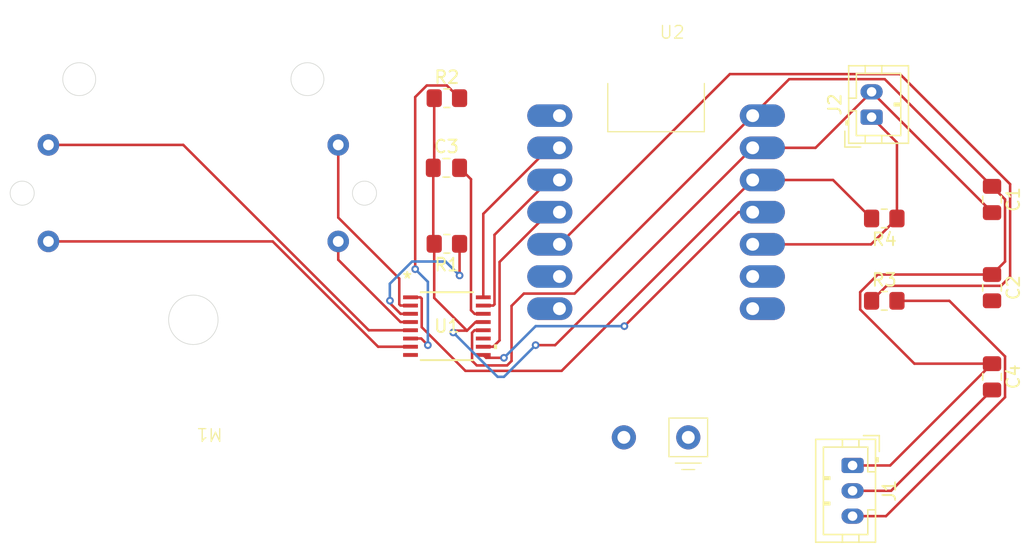
<source format=kicad_pcb>
(kicad_pcb (version 20241229) (generator "pcbnew") (generator_version "9.0")
  (layers (0 "F.Cu" signal) (2 "B.Cu" signal) (13 "F.Paste" user) (15 "B.Paste" user) (5 "F.SilkS" user "F.Silkscreen") (7 "B.SilkS" user "B.Silkscreen") (1 "F.Mask" user) (3 "B.Mask" user) (25 "Edge.Cuts" user))
  (net 0 "")
  (net 1 "+5V")
  (net 2 "GND")
  (net 3 "Net-(U1-VCP)")
  (net 4 "Net-(U1-VINT)")
  (net 5 "/NEO_DATA")
  (net 6 "/RESET_BTN")
  (net 7 "Net-(M1--)")
  (net 8 "Net-(U1-AOUT2)")
  (net 9 "Net-(U1-AOUT1)")
  (net 10 "Net-(U1-BOUT1)")
  (net 11 "Net-(U1-AISEN)")
  (net 12 "Net-(U1-BISEN)")
  (net 13 "Net-(U2-GPIO5_A4_D4_SDA)")
  (net 14 "+3.3V")
  (net 15 "/MOTOR_B1")
  (net 16 "/MOTOR_B2")
  (net 17 "/MOTOR_A2")
  (net 18 "/MOTOR_A1")
  (footprint "Resistor_SMD:R_0805_2012Metric_Pad1.20x1.40mm_HandSolder" (layer "F.Cu") (at 171.5 99 180)
    (property "Reference" "R4" (at 0 -1.65 0) (layer "F.SilkS"))
    (property "Value" "10 kΩ")
    (fp_line (start -0.227064 0.735) (end 0.227064 0.735) (stroke (width 0.12)) (layer "F.SilkS"))
    (fp_line (start -0.227064 -0.735) (end 0.227064 -0.735) (stroke (width 0.12)) (layer "F.SilkS"))
    (pad "1" smd roundrect (at -1 0 180) (size 1.2 1.4) (layers "F.Cu" "F.Mask" "F.Paste") (roundrect_rratio 0.208333) (net 6 "/RESET_BTN"))
    (pad "2" smd roundrect (at 1 0 180) (size 1.2 1.4) (layers "F.Cu" "F.Mask" "F.Paste") (roundrect_rratio 0.208333) (net 14 "+3.3V"))
  )
  (footprint "x27_Footprint:x27_stepper_two_holes" (layer "F.Cu") (at 114.46 86.84 180)
    (property "Reference" "M1" (at -3.81 -29.21 180) (layer "F.SilkS") (effects (font (thickness 0.1))))
    (property "Value" "Stepper_Motor_bipolar")
    (fp_circle (center 10.96 -10.16) (end 11.91 -10.16) (stroke (width 0.05)) (fill no) (layer "Edge.Cuts"))
    (fp_circle (center 6.46 -1.16) (end 7.76 -1.16) (stroke (width 0.05)) (fill no) (layer "Edge.Cuts"))
    (fp_circle (center -2.54 -20.16) (end -0.59 -20.16) (stroke (width 0.05)) (fill no) (layer "Edge.Cuts"))
    (fp_circle (center -11.54 -1.16) (end -10.24 -1.16) (stroke (width 0.05)) (fill no) (layer "Edge.Cuts"))
    (fp_circle (center -16.04 -10.16) (end -15.09 -10.16) (stroke (width 0.05)) (fill no) (layer "Edge.Cuts"))
    (pad "1" thru_hole circle (at 8.89 -13.97 180) (size 1.7 1.7) (drill 0.85) (layers "*.Cu" "*.Mask") (net 10 "Net-(U1-BOUT1)"))
    (pad "2" thru_hole circle (at 8.89 -6.35 180) (size 1.7 1.7) (drill 0.85) (layers "*.Cu" "*.Mask") (net 7 "Net-(M1--)"))
    (pad "3" thru_hole circle (at -13.97 -13.97 180) (size 1.7 1.7) (drill 0.85) (layers "*.Cu" "*.Mask") (net 8 "Net-(U1-AOUT2)"))
    (pad "4" thru_hole circle (at -13.97 -6.35 180) (size 1.7 1.7) (drill 0.85) (layers "*.Cu" "*.Mask") (net 9 "Net-(U1-AOUT1)"))
  )
  (footprint "Capacitor_SMD:C_0805_2012Metric_Pad1.18x1.45mm_HandSolder" (layer "F.Cu") (at 180 111.5 -90)
    (property "Reference" "C4" (at 0 -1.68 90) (layer "F.SilkS"))
    (property "Value" "100uF")
    (fp_line (start -0.261252 0.735) (end 0.261252 0.735) (stroke (width 0.12)) (layer "F.SilkS"))
    (fp_line (start -0.261252 -0.735) (end 0.261252 -0.735) (stroke (width 0.12)) (layer "F.SilkS"))
    (pad "1" smd roundrect (at -1.0375 0 270) (size 1.175 1.45) (layers "F.Cu" "F.Mask" "F.Paste") (roundrect_rratio 0.212766) (net 1 "+5V"))
    (pad "2" smd roundrect (at 1.0375 0 270) (size 1.175 1.45) (layers "F.Cu" "F.Mask" "F.Paste") (roundrect_rratio 0.212766) (net 2 "GND"))
  )
  (footprint "Connector_JST:JST_PH_B3B-PH-K_1x03_P2.00mm_Vertical" (layer "F.Cu") (at 169 118.5 -90)
    (property "Reference" "J1" (at 2 -2.9 90) (layer "F.SilkS"))
    (property "Value" "Conn_01x03")
    (fp_line (start -2.06 2.91) (end 6.06 2.91) (stroke (width 0.12)) (layer "F.SilkS"))
    (fp_line (start 6.06 2.91) (end 6.06 -1.81) (stroke (width 0.12)) (layer "F.SilkS"))
    (fp_line (start -1.45 2.3) (end 5.45 2.3) (stroke (width 0.12)) (layer "F.SilkS"))
    (fp_line (start 0.9 2.3) (end 0.9 1.8) (stroke (width 0.12)) (layer "F.SilkS"))
    (fp_line (start 1 2.3) (end 1 1.8) (stroke (width 0.12)) (layer "F.SilkS"))
    (fp_line (start 2.9 2.3) (end 2.9 1.8) (stroke (width 0.12)) (layer "F.SilkS"))
    (fp_line (start 3 2.3) (end 3 1.8) (stroke (width 0.12)) (layer "F.SilkS"))
    (fp_line (start 5.45 2.3) (end 5.45 -1.2) (stroke (width 0.12)) (layer "F.SilkS"))
    (fp_line (start 0.9 1.8) (end 1.1 1.8) (stroke (width 0.12)) (layer "F.SilkS"))
    (fp_line (start 1.1 1.8) (end 1.1 2.3) (stroke (width 0.12)) (layer "F.SilkS"))
    (fp_line (start 2.9 1.8) (end 3.1 1.8) (stroke (width 0.12)) (layer "F.SilkS"))
    (fp_line (start 3.1 1.8) (end 3.1 2.3) (stroke (width 0.12)) (layer "F.SilkS"))
    (fp_line (start -2.06 0.8) (end -1.45 0.8) (stroke (width 0.12)) (layer "F.SilkS"))
    (fp_line (start 6.06 0.8) (end 5.45 0.8) (stroke (width 0.12)) (layer "F.SilkS"))
    (fp_line (start -2.06 -0.5) (end -1.45 -0.5) (stroke (width 0.12)) (layer "F.SilkS"))
    (fp_line (start 6.06 -0.5) (end 5.45 -0.5) (stroke (width 0.12)) (layer "F.SilkS"))
    (fp_line (start -1.45 -1.2) (end -1.45 2.3) (stroke (width 0.12)) (layer "F.SilkS"))
    (fp_line (start 0.5 -1.2) (end -1.45 -1.2) (stroke (width 0.12)) (layer "F.SilkS"))
    (fp_line (start 3.5 -1.2) (end 3.5 -1.81) (stroke (width 0.12)) (layer "F.SilkS"))
    (fp_line (start 5.45 -1.2) (end 3.5 -1.2) (stroke (width 0.12)) (layer "F.SilkS"))
    (fp_line (start -2.06 -1.81) (end -2.06 2.91) (stroke (width 0.12)) (layer "F.SilkS"))
    (fp_line (start -0.3 -1.81) (end -0.3 -2.01) (stroke (width 0.12)) (layer "F.SilkS"))
    (fp_line (start 0.5 -1.81) (end 0.5 -1.2) (stroke (width 0.12)) (layer "F.SilkS"))
    (fp_line (start 6.06 -1.81) (end -2.06 -1.81) (stroke (width 0.12)) (layer "F.SilkS"))
    (fp_line (start -0.3 -1.91) (end -0.6 -1.91) (stroke (width 0.12)) (layer "F.SilkS"))
    (fp_line (start -0.6 -2.01) (end -0.6 -1.81) (stroke (width 0.12)) (layer "F.SilkS"))
    (fp_line (start -0.3 -2.01) (end -0.6 -2.01) (stroke (width 0.12)) (layer "F.SilkS"))
    (fp_line (start -2.36 -2.11) (end -2.36 -0.86) (stroke (width 0.12)) (layer "F.SilkS"))
    (fp_line (start -1.11 -2.11) (end -2.36 -2.11) (stroke (width 0.12)) (layer "F.SilkS"))
    (pad "1" thru_hole roundrect (at 0 0 270) (size 1.2 1.75) (drill 0.75) (layers "*.Cu" "*.Mask") (roundrect_rratio 0.208333) (net 1 "+5V"))
    (pad "2" thru_hole oval (at 2 0 270) (size 1.2 1.75) (drill 0.75) (layers "*.Cu" "*.Mask") (net 2 "GND"))
    (pad "3" thru_hole oval (at 4 0 270) (size 1.2 1.75) (drill 0.75) (layers "*.Cu" "*.Mask") (net 5 "/NEO_DATA"))
  )
  (footprint "Resistor_SMD:R_0805_2012Metric_Pad1.20x1.40mm_HandSolder" (layer "F.Cu") (at 171.5 105.5)
    (property "Reference" "R3" (at 0 -1.65 0) (layer "F.SilkS"))
    (property "Value" "330Ω")
    (fp_line (start -0.227064 -0.735) (end 0.227064 -0.735) (stroke (width 0.12)) (layer "F.SilkS"))
    (fp_line (start -0.227064 0.735) (end 0.227064 0.735) (stroke (width 0.12)) (layer "F.SilkS"))
    (pad "1" smd roundrect (at -1 0) (size 1.2 1.4) (layers "F.Cu" "F.Mask" "F.Paste") (roundrect_rratio 0.208333) (net 13 "Net-(U2-GPIO5_A4_D4_SDA)"))
    (pad "2" smd roundrect (at 1 0) (size 1.2 1.4) (layers "F.Cu" "F.Mask" "F.Paste") (roundrect_rratio 0.208333) (net 5 "/NEO_DATA"))
  )
  (footprint "Connector_JST:JST_PH_B2B-PH-K_1x02_P2.00mm_Vertical" (layer "F.Cu") (at 170.5 91 90)
    (property "Reference" "J2" (at 1 -2.9 90) (layer "F.SilkS"))
    (property "Value" "Conn_01x02")
    (fp_line (start -1.11 -2.11) (end -2.36 -2.11) (stroke (width 0.12)) (layer "F.SilkS"))
    (fp_line (start -2.36 -2.11) (end -2.36 -0.86) (stroke (width 0.12)) (layer "F.SilkS"))
    (fp_line (start -0.3 -2.01) (end -0.6 -2.01) (stroke (width 0.12)) (layer "F.SilkS"))
    (fp_line (start -0.6 -2.01) (end -0.6 -1.81) (stroke (width 0.12)) (layer "F.SilkS"))
    (fp_line (start -0.3 -1.91) (end -0.6 -1.91) (stroke (width 0.12)) (layer "F.SilkS"))
    (fp_line (start 4.06 -1.81) (end -2.06 -1.81) (stroke (width 0.12)) (layer "F.SilkS"))
    (fp_line (start 0.5 -1.81) (end 0.5 -1.2) (stroke (width 0.12)) (layer "F.SilkS"))
    (fp_line (start -0.3 -1.81) (end -0.3 -2.01) (stroke (width 0.12)) (layer "F.SilkS"))
    (fp_line (start -2.06 -1.81) (end -2.06 2.91) (stroke (width 0.12)) (layer "F.SilkS"))
    (fp_line (start 3.45 -1.2) (end 1.5 -1.2) (stroke (width 0.12)) (layer "F.SilkS"))
    (fp_line (start 1.5 -1.2) (end 1.5 -1.81) (stroke (width 0.12)) (layer "F.SilkS"))
    (fp_line (start 0.5 -1.2) (end -1.45 -1.2) (stroke (width 0.12)) (layer "F.SilkS"))
    (fp_line (start -1.45 -1.2) (end -1.45 2.3) (stroke (width 0.12)) (layer "F.SilkS"))
    (fp_line (start 4.06 -0.5) (end 3.45 -0.5) (stroke (width 0.12)) (layer "F.SilkS"))
    (fp_line (start -2.06 -0.5) (end -1.45 -0.5) (stroke (width 0.12)) (layer "F.SilkS"))
    (fp_line (start 4.06 0.8) (end 3.45 0.8) (stroke (width 0.12)) (layer "F.SilkS"))
    (fp_line (start -2.06 0.8) (end -1.45 0.8) (stroke (width 0.12)) (layer "F.SilkS"))
    (fp_line (start 1.1 1.8) (end 1.1 2.3) (stroke (width 0.12)) (layer "F.SilkS"))
    (fp_line (start 0.9 1.8) (end 1.1 1.8) (stroke (width 0.12)) (layer "F.SilkS"))
    (fp_line (start 3.45 2.3) (end 3.45 -1.2) (stroke (width 0.12)) (layer "F.SilkS"))
    (fp_line (start 1 2.3) (end 1 1.8) (stroke (width 0.12)) (layer "F.SilkS"))
    (fp_line (start 0.9 2.3) (end 0.9 1.8) (stroke (width 0.12)) (layer "F.SilkS"))
    (fp_line (start -1.45 2.3) (end 3.45 2.3) (stroke (width 0.12)) (layer "F.SilkS"))
    (fp_line (start 4.06 2.91) (end 4.06 -1.81) (stroke (width 0.12)) (layer "F.SilkS"))
    (fp_line (start -2.06 2.91) (end 4.06 2.91) (stroke (width 0.12)) (layer "F.SilkS"))
    (pad "1" thru_hole roundrect (at 0 0 90) (size 1.2 1.75) (drill 0.75) (layers "*.Cu" "*.Mask") (roundrect_rratio 0.208333) (net 6 "/RESET_BTN"))
    (pad "2" thru_hole oval (at 2 0 90) (size 1.2 1.75) (drill 0.75) (layers "*.Cu" "*.Mask") (net 2 "GND"))
  )
  (footprint "Resistor_SMD:R_0805_2012Metric_Pad1.20x1.40mm_HandSolder" (layer "F.Cu") (at 137 89.5)
    (property "Reference" "R2" (at 0 -1.65 0) (layer "F.SilkS"))
    (property "Value" "0.2Ω")
    (fp_line (start -0.227064 -0.735) (end 0.227064 -0.735) (stroke (width 0.12)) (layer "F.SilkS"))
    (fp_line (start -0.227064 0.735) (end 0.227064 0.735) (stroke (width 0.12)) (layer "F.SilkS"))
    (pad "1" smd roundrect (at -1 0) (size 1.2 1.4) (layers "F.Cu" "F.Mask" "F.Paste") (roundrect_rratio 0.208333) (net 2 "GND"))
    (pad "2" smd roundrect (at 1 0) (size 1.2 1.4) (layers "F.Cu" "F.Mask" "F.Paste") (roundrect_rratio 0.208333) (net 12 "Net-(U1-BISEN)"))
  )
  (footprint "Capacitor_SMD:C_0805_2012Metric_Pad1.18x1.45mm_HandSolder" (layer "F.Cu") (at 180 104.4625 -90)
    (property "Reference" "C2" (at 0 -1.68 90) (layer "F.SilkS"))
    (property "Value" "0.01uF")
    (fp_line (start -0.261252 0.735) (end 0.261252 0.735) (stroke (width 0.12)) (layer "F.SilkS"))
    (fp_line (start -0.261252 -0.735) (end 0.261252 -0.735) (stroke (width 0.12)) (layer "F.SilkS"))
    (pad "1" smd roundrect (at -1.0375 0 270) (size 1.175 1.45) (layers "F.Cu" "F.Mask" "F.Paste") (roundrect_rratio 0.212766) (net 1 "+5V"))
    (pad "2" smd roundrect (at 1.0375 0 270) (size 1.175 1.45) (layers "F.Cu" "F.Mask" "F.Paste") (roundrect_rratio 0.212766) (net 3 "Net-(U1-VCP)"))
  )
  (footprint "Capacitor_SMD:C_0805_2012Metric_Pad1.18x1.45mm_HandSolder" (layer "F.Cu") (at 136.9625 95)
    (property "Reference" "C3" (at 0 -1.68 0) (layer "F.SilkS"))
    (property "Value" "2.2uF")
    (fp_line (start -0.261252 -0.735) (end 0.261252 -0.735) (stroke (width 0.12)) (layer "F.SilkS"))
    (fp_line (start -0.261252 0.735) (end 0.261252 0.735) (stroke (width 0.12)) (layer "F.SilkS"))
    (pad "1" smd roundrect (at -1.0375 0) (size 1.175 1.45) (layers "F.Cu" "F.Mask" "F.Paste") (roundrect_rratio 0.212766) (net 2 "GND"))
    (pad "2" smd roundrect (at 1.0375 0) (size 1.175 1.45) (layers "F.Cu" "F.Mask" "F.Paste") (roundrect_rratio 0.212766) (net 4 "Net-(U1-VINT)"))
  )
  (footprint "GIX_ESP32:XIAO_ESP32" (layer "F.Cu") (at 153.5 98.5)
    (property "Reference" "U2" (at 1.27 -14.2 0) (layer "F.SilkS") (effects (font (thickness 0.1))))
    (property "Value" "XIAO ESP32C3")
    (fp_line (start -3.81 -10.16) (end -3.81 -6.35) (stroke (width 0.1)) (layer "F.SilkS"))
    (fp_line (start -3.81 -6.35) (end 3.81 -6.35) (stroke (width 0.1)) (layer "F.SilkS"))
    (fp_line (start 1.016 16.256) (end 4.064 16.256) (stroke (width 0.1)) (layer "F.SilkS"))
    (fp_line (start 1.016 19.304) (end 1.016 16.256) (stroke (width 0.1)) (layer "F.SilkS"))
    (fp_line (start 1.524 19.812) (end 3.556 19.812) (stroke (width 0.1)) (layer "F.SilkS"))
    (fp_line (start 2.032 20.32) (end 3.048 20.32) (stroke (width 0.1)) (layer "F.SilkS"))
    (fp_line (start 3.81 -6.35) (end 3.81 -10.16) (stroke (width 0.1)) (layer "F.SilkS"))
    (fp_line (start 4.064 16.256) (end 4.064 19.304) (stroke (width 0.1)) (layer "F.SilkS"))
    (fp_line (start 4.064 19.304) (end 1.016 19.304) (stroke (width 0.1)) (layer "F.SilkS"))
    (pad "1" thru_hole oval (at -7.62 -7.62) (size 3.556 1.778) (drill 1.016 (offset -0.762 0)) (layers "*.Cu" "*.Mask"))
    (pad "2" thru_hole oval (at -7.62 -5.08) (size 3.556 1.778) (drill 1.016 (offset -0.762 0)) (layers "*.Cu" "*.Mask") (net 18 "/MOTOR_A1"))
    (pad "3" thru_hole oval (at -7.62 -2.54) (size 3.556 1.778) (drill 1.016 (offset -0.762 0)) (layers "*.Cu" "*.Mask") (net 17 "/MOTOR_A2"))
    (pad "4" thru_hole oval (at -7.62 0) (size 3.556 1.778) (drill 1.016 (offset -0.762 0)) (layers "*.Cu" "*.Mask") (net 15 "/MOTOR_B1"))
    (pad "5" thru_hole oval (at -7.62 2.54) (size 3.556 1.778) (drill 1.016 (offset -0.762 0)) (layers "*.Cu" "*.Mask") (net 13 "Net-(U2-GPIO5_A4_D4_SDA)"))
    (pad "6" thru_hole oval (at -7.62 5.08) (size 3.556 1.778) (drill 1.016 (offset -0.762 0)) (layers "*.Cu" "*.Mask"))
    (pad "7" thru_hole oval (at -7.62 7.62) (size 3.556 1.778) (drill 1.016 (offset -0.762 0)) (layers "*.Cu" "*.Mask"))
    (pad "8" thru_hole oval (at 7.62 7.62) (size 3.556 1.778) (drill 1.016 (offset 0.762 0)) (layers "*.Cu" "*.Mask"))
    (pad "9" thru_hole oval (at 7.62 5.08) (size 3.556 1.778) (drill 1.016 (offset 0.762 0)) (layers "*.Cu" "*.Mask"))
    (pad "10" thru_hole oval (at 7.62 2.54) (size 3.556 1.778) (drill 1.016 (offset 0.762 0)) (layers "*.Cu" "*.Mask") (net 6 "/RESET_BTN"))
    (pad "11" thru_hole oval (at 7.62 0) (size 3.556 1.778) (drill 1.016 (offset 0.762 0)) (layers "*.Cu" "*.Mask") (net 16 "/MOTOR_B2"))
    (pad "12" thru_hole oval (at 7.62 -2.54) (size 3.556 1.778) (drill 1.016 (offset 0.762 0)) (layers "*.Cu" "*.Mask") (net 14 "+3.3V"))
    (pad "13" thru_hole oval (at 7.62 -5.08) (size 3.556 1.778) (drill 1.016 (offset 0.762 0)) (layers "*.Cu" "*.Mask") (net 2 "GND"))
    (pad "14" thru_hole oval (at 7.62 -7.62) (size 3.556 1.778) (drill 1.016 (offset 0.762 0)) (layers "*.Cu" "*.Mask") (net 1 "+5V"))
    (pad "15" thru_hole circle (at -2.54 17.78) (size 1.905 1.905) (drill 1.016) (layers "*.Cu" "*.Mask"))
    (pad "16" thru_hole circle (at 2.54 17.78) (size 1.905 1.905) (drill 1.016) (layers "*.Cu" "*.Mask"))
  )
  (footprint "Resistor_SMD:R_0805_2012Metric_Pad1.20x1.40mm_HandSolder" (layer "F.Cu") (at 137 101 180)
    (property "Reference" "R1" (at 0 -1.65 0) (layer "F.SilkS"))
    (property "Value" "0.2Ω")
    (fp_line (start -0.227064 0.735) (end 0.227064 0.735) (stroke (width 0.12)) (layer "F.SilkS"))
    (fp_line (start -0.227064 -0.735) (end 0.227064 -0.735) (stroke (width 0.12)) (layer "F.SilkS"))
    (pad "1" smd roundrect (at -1 0 180) (size 1.2 1.4) (layers "F.Cu" "F.Mask" "F.Paste") (roundrect_rratio 0.208333) (net 11 "Net-(U1-AISEN)"))
    (pad "2" smd roundrect (at 1 0 180) (size 1.2 1.4) (layers "F.Cu" "F.Mask" "F.Paste") (roundrect_rratio 0.208333) (net 2 "GND"))
  )
  (footprint "DRV8833PWR:PW16_TEX-L" (layer "F.Cu") (at 137 107.5)
    (property "Reference" "U1" (at 0 0 0) (layer "F.SilkS"))
    (property "Value" "DRV8833PWR")
    (fp_line (start -2.069066 2.6797) (end 2.069066 2.6797) (stroke (width 0.1524)) (layer "F.SilkS"))
    (fp_line (start 2.069066 -2.6797) (end -2.069066 -2.6797) (stroke (width 0.1524)) (layer "F.SilkS"))
    (fp_poly (pts (xy 3.9624 1.434501) (xy 3.9624 1.815501) (xy 3.7084 1.815501) (xy 3.7084 1.434501)) (fill yes) (layer "F.SilkS"))
    (fp_text user "*" (at -3.1242 -3.722801 0) (layer "F.SilkS"))
    (fp_text user "*" (at -3.1242 -3.722801 0) (layer "F.SilkS"))
    (pad "1" smd rect (at -2.8702 -2.274999) (size 1.1684 0.3048) (layers "F.Cu" "F.Mask" "F.Paste") (net 14 "+3.3V"))
    (pad "2" smd rect (at -2.8702 -1.625001) (size 1.1684 0.3048) (layers "F.Cu" "F.Mask" "F.Paste") (net 9 "Net-(U1-AOUT1)"))
    (pad "3" smd rect (at -2.8702 -0.974999) (size 1.1684 0.3048) (layers "F.Cu" "F.Mask" "F.Paste") (net 11 "Net-(U1-AISEN)"))
    (pad "4" smd rect (at -2.8702 -0.325001) (size 1.1684 0.3048) (layers "F.Cu" "F.Mask" "F.Paste") (net 8 "Net-(U1-AOUT2)"))
    (pad "5" smd rect (at -2.8702 0.324998) (size 1.1684 0.3048) (layers "F.Cu" "F.Mask" "F.Paste") (net 7 "Net-(M1--)"))
    (pad "6" smd rect (at -2.8702 0.974999) (size 1.1684 0.3048) (layers "F.Cu" "F.Mask" "F.Paste") (net 12 "Net-(U1-BISEN)"))
    (pad "7" smd rect (at -2.8702 1.624998) (size 1.1684 0.3048) (layers "F.Cu" "F.Mask" "F.Paste") (net 10 "Net-(U1-BOUT1)"))
    (pad "8" smd rect (at -2.8702 2.274999) (size 1.1684 0.3048) (layers "F.Cu" "F.Mask" "F.Paste"))
    (pad "9" smd rect (at 2.8702 2.274999) (size 1.1684 0.3048) (layers "F.Cu" "F.Mask" "F.Paste") (net 16 "/MOTOR_B2"))
    (pad "10" smd rect (at 2.8702 1.625001) (size 1.1684 0.3048) (layers "F.Cu" "F.Mask" "F.Paste") (net 15 "/MOTOR_B1"))
    (pad "11" smd rect (at 2.8702 0.974999) (size 1.1684 0.3048) (layers "F.Cu" "F.Mask" "F.Paste") (net 3 "Net-(U1-VCP)"))
    (pad "12" smd rect (at 2.8702 0.325001) (size 1.1684 0.3048) (layers "F.Cu" "F.Mask" "F.Paste") (net 1 "+5V"))
    (pad "13" smd rect (at 2.8702 -0.324998) (size 1.1684 0.3048) (layers "F.Cu" "F.Mask" "F.Paste") (net 2 "GND"))
    (pad "14" smd rect (at 2.8702 -0.974999) (size 1.1684 0.3048) (layers "F.Cu" "F.Mask" "F.Paste") (net 4 "Net-(U1-VINT)"))
    (pad "15" smd rect (at 2.8702 -1.624998) (size 1.1684 0.3048) (layers "F.Cu" "F.Mask" "F.Paste") (net 17 "/MOTOR_A2"))
    (pad "16" smd rect (at 2.8702 -2.274999) (size 1.1684 0.3048) (layers "F.Cu" "F.Mask" "F.Paste") (net 18 "/MOTOR_A1"))
  )
  (footprint "Capacitor_SMD:C_0805_2012Metric_Pad1.18x1.45mm_HandSolder" (layer "F.Cu") (at 180 97.5 -90)
    (property "Reference" "C1" (at 0 -1.68 90) (layer "F.SilkS"))
    (property "Value" "10uF")
    (fp_line (start -0.261252 0.735) (end 0.261252 0.735) (stroke (width 0.12)) (layer "F.SilkS"))
    (fp_line (start -0.261252 -0.735) (end 0.261252 -0.735) (stroke (width 0.12)) (layer "F.SilkS"))
    (pad "1" smd roundrect (at -1.0375 0 270) (size 1.175 1.45) (layers "F.Cu" "F.Mask" "F.Paste") (roundrect_rratio 0.212766) (net 1 "+5V"))
    (pad "2" smd roundrect (at 1.0375 0 270) (size 1.175 1.45) (layers "F.Cu" "F.Mask" "F.Paste") (roundrect_rratio 0.212766) (net 2 "GND"))
  )
  (segment (start 143.07 104.93) (end 142.101 105.899) (width 0.2) (layer "F.Cu") (net 1))
  (segment (start 181.026 97.4885) (end 180 96.4625) (width 0.2) (layer "F.Cu") (net 1))
  (segment (start 180 110.4625) (end 173.87634 110.4625) (width 0.2) (layer "F.Cu") (net 1))
  (segment (start 142.101 105.899) (end 142.101 110.248943) (width 0.2) (layer "F.Cu") (net 1))
  (segment (start 171.5375 88) (end 180 96.4625) (width 0.2) (layer "F.Cu") (net 1))
  (segment (start 181.026 102.399) (end 181.026 97.4885) (width 0.2) (layer "F.Cu") (net 1))
  (segment (start 169 118.5) (end 171.9625 118.5) (width 0.2) (layer "F.Cu") (net 1))
  (segment (start 138.985 108.021599) (end 139.181598 107.825001) (width 0.2) (layer "F.Cu") (net 1))
  (segment (start 142.101 110.248943) (end 141.748943 110.601) (width 0.2) (layer "F.Cu") (net 1))
  (segment (start 138.985 110.228399) (end 138.985 108.021599) (width 0.2) (layer "F.Cu") (net 1))
  (segment (start 173.87634 110.4625) (end 169.599 106.18516) (width 0.2) (layer "F.Cu") (net 1))
  (segment (start 171.9625 118.5) (end 180 110.4625) (width 0.2) (layer "F.Cu") (net 1))
  (segment (start 141.748943 110.601) (end 139.357601 110.601) (width 0.2) (layer "F.Cu") (net 1))
  (segment (start 180 103.425) (end 181.026 102.399) (width 0.2) (layer "F.Cu") (net 1))
  (segment (start 169.599 106.18516) (end 169.599 104.81484) (width 0.2) (layer "F.Cu") (net 1))
  (segment (start 169.599 104.81484) (end 170.98884 103.425) (width 0.2) (layer "F.Cu") (net 1))
  (segment (start 164 88) (end 171.5375 88) (width 0.2) (layer "F.Cu") (net 1))
  (segment (start 161.12 90.88) (end 164 88) (width 0.2) (layer "F.Cu") (net 1))
  (segment (start 161.12 90.88) (end 147.07 104.93) (width 0.2) (layer "F.Cu") (net 1))
  (segment (start 139.181598 107.825001) (end 139.8702 107.825001) (width 0.2) (layer "F.Cu") (net 1))
  (segment (start 139.357601 110.601) (end 138.985 110.228399) (width 0.2) (layer "F.Cu") (net 1))
  (segment (start 170.98884 103.425) (end 180 103.425) (width 0.2) (layer "F.Cu") (net 1))
  (segment (start 147.07 104.93) (end 143.07 104.93) (width 0.2) (layer "F.Cu") (net 1))
  (segment (start 136 105.271499) (end 138.584 107.855499) (width 0.2) (layer "F.Cu") (net 2))
  (segment (start 172.0375 120.5) (end 169 120.5) (width 0.2) (layer "F.Cu") (net 2))
  (segment (start 170.5 89) (end 180 98.5) (width 0.2) (layer "F.Cu") (net 2))
  (segment (start 138.584 107.855499) (end 139.264497 107.175002) (width 0.2) (layer "F.Cu") (net 2))
  (segment (start 180 98.5) (end 180 98.5375) (width 0.2) (layer "F.Cu") (net 2))
  (segment (start 136 101) (end 136 105.271499) (width 0.2) (layer "F.Cu") (net 2))
  (segment (start 170.5 89) (end 166.08 93.42) (width 0.2) (layer "F.Cu") (net 2))
  (segment (start 139.264497 107.175002) (end 139.8702 107.175002) (width 0.2) (layer "F.Cu") (net 2))
  (segment (start 137.5 108) (end 137.644501 107.855499) (width 0.2) (layer "F.Cu") (net 2))
  (segment (start 135.925 95) (end 135.925 100.925) (width 0.2) (layer "F.Cu") (net 2))
  (segment (start 136 94.925) (end 135.925 95) (width 0.2) (layer "F.Cu") (net 2))
  (segment (start 166.08 93.42) (end 161.12 93.42) (width 0.2) (layer "F.Cu") (net 2))
  (segment (start 137.644501 107.855499) (end 138.584 107.855499) (width 0.2) (layer "F.Cu") (net 2))
  (segment (start 161.12 93.42) (end 145.54 109) (width 0.2) (layer "F.Cu") (net 2))
  (segment (start 136 89.5) (end 136 94.925) (width 0.2) (layer "F.Cu") (net 2))
  (segment (start 180 112.5375) (end 172.0375 120.5) (width 0.2) (layer "F.Cu") (net 2))
  (segment (start 145.54 109) (end 144 109) (width 0.2) (layer "F.Cu") (net 2))
  (segment (start 135.925 100.925) (end 136 101) (width 0.2) (layer "F.Cu") (net 2))
  (via (at 137.5 108) (size 0.6) (drill 0.3) (layers "F.Cu" "B.Cu") (net 2))
  (via (at 144 109) (size 0.6) (drill 0.3) (layers "F.Cu" "B.Cu") (net 2))
  (segment (start 141 111.5) (end 137.5 108) (width 0.2) (layer "B.Cu") (net 2))
  (segment (start 144 109) (end 141.5 111.5) (width 0.2) (layer "B.Cu") (net 2))
  (segment (start 141.5 111.5) (end 141 111.5) (width 0.2) (layer "B.Cu") (net 2))
  (segment (start 138.901 106.244402) (end 139.181599 106.525001) (width 0.2) (layer "F.Cu") (net 4))
  (segment (start 138 95) (end 138.901 95.901) (width 0.2) (layer "F.Cu") (net 4))
  (segment (start 138.901 95.901) (end 138.901 106.244402) (width 0.2) (layer "F.Cu") (net 4))
  (segment (start 139.181599 106.525001) (end 139.8702 106.525001) (width 0.2) (layer "F.Cu") (net 4))
  (segment (start 181.026 113.11016) (end 181.026 109.88984) (width 0.2) (layer "F.Cu") (net 5))
  (segment (start 176.63616 105.5) (end 172.5 105.5) (width 0.2) (layer "F.Cu") (net 5))
  (segment (start 171.63616 122.5) (end 181.026 113.11016) (width 0.2) (layer "F.Cu") (net 5))
  (segment (start 169 122.5) (end 171.63616 122.5) (width 0.2) (layer "F.Cu") (net 5))
  (segment (start 181.026 109.88984) (end 176.63616 105.5) (width 0.2) (layer "F.Cu") (net 5))
  (segment (start 170.46 101.04) (end 172.5 99) (width 0.2) (layer "F.Cu") (net 6))
  (segment (start 161.12 101.04) (end 170.46 101.04) (width 0.2) (layer "F.Cu") (net 6))
  (segment (start 170.5 91) (end 172.5 93) (width 0.2) (layer "F.Cu") (net 6))
  (segment (start 172.5 93) (end 172.5 99) (width 0.2) (layer "F.Cu") (net 6))
  (segment (start 116.206201 93.19) (end 130.841199 107.824998) (width 0.2) (layer "F.Cu") (net 7))
  (segment (start 130.841199 107.824998) (end 134.1298 107.824998) (width 0.2) (layer "F.Cu") (net 7))
  (segment (start 105.57 93.19) (end 116.206201 93.19) (width 0.2) (layer "F.Cu") (net 7))
  (segment (start 133.3456 107.174999) (end 134.1298 107.174999) (width 0.2) (layer "F.Cu") (net 8))
  (segment (start 128.43 102.259399) (end 133.3456 107.174999) (width 0.2) (layer "F.Cu") (net 8))
  (segment (start 128.43 100.81) (end 128.43 102.259399) (width 0.2) (layer "F.Cu") (net 8))
  (segment (start 133.2446 103.7446) (end 133.2446 105.773999) (width 0.2) (layer "F.Cu") (net 9))
  (segment (start 133.2446 105.773999) (end 133.3456 105.874999) (width 0.2) (layer "F.Cu") (net 9))
  (segment (start 128.43 98.93) (end 133.2446 103.7446) (width 0.2) (layer "F.Cu") (net 9))
  (segment (start 128.43 93.19) (end 128.43 98.93) (width 0.2) (layer "F.Cu") (net 9))
  (segment (start 133.3456 105.874999) (end 134.1298 105.874999) (width 0.2) (layer "F.Cu") (net 9))
  (segment (start 131.574099 109.124998) (end 134.1298 109.124998) (width 0.2) (layer "F.Cu") (net 10))
  (segment (start 105.57 100.81) (end 123.259101 100.81) (width 0.2) (layer "F.Cu") (net 10))
  (segment (start 123.259101 100.81) (end 131.574099 109.124998) (width 0.2) (layer "F.Cu") (net 10))
  (segment (start 132.509565 105.688966) (end 133.3456 106.525001) (width 0.2) (layer "F.Cu") (net 11))
  (segment (start 133.3456 106.525001) (end 134.1298 106.525001) (width 0.2) (layer "F.Cu") (net 11))
  (segment (start 138 101) (end 138 103.5) (width 0.2) (layer "F.Cu") (net 11))
  (segment (start 132.509565 105.490435) (end 132.509565 105.688966) (width 0.2) (layer "F.Cu") (net 11))
  (via (at 138 103.5) (size 0.6) (drill 0.3) (layers "F.Cu" "B.Cu") (net 11))
  (via (at 132.509565 105.490435) (size 0.6) (drill 0.3) (layers "F.Cu" "B.Cu") (net 11))
  (segment (start 136.899 102.399) (end 134.251057 102.399) (width 0.2) (layer "B.Cu") (net 11))
  (segment (start 132.5 104.150057) (end 132.5 105.5) (width 0.2) (layer "B.Cu") (net 11))
  (segment (start 138 103.5) (end 136.899 102.399) (width 0.2) (layer "B.Cu") (net 11))
  (segment (start 132.5 105.5) (end 132.509565 105.490435) (width 0.2) (layer "B.Cu") (net 11))
  (segment (start 134.251057 102.399) (end 132.5 104.150057) (width 0.2) (layer "B.Cu") (net 11))
  (segment (start 134.974999 108.474999) (end 134.1298 108.474999) (width 0.2) (layer "F.Cu") (net 12))
  (segment (start 135.41484 88.499) (end 134.5 89.41384) (width 0.2) (layer "F.Cu") (net 12))
  (segment (start 138 89.5) (end 136.999 88.499) (width 0.2) (layer "F.Cu") (net 12))
  (segment (start 135.5 109) (end 134.974999 108.474999) (width 0.2) (layer "F.Cu") (net 12))
  (segment (start 134.5 89.41384) (end 134.5 103) (width 0.2) (layer "F.Cu") (net 12))
  (segment (start 136.999 88.499) (end 135.41484 88.499) (width 0.2) (layer "F.Cu") (net 12))
  (via (at 135.5 109) (size 0.6) (drill 0.3) (layers "F.Cu" "B.Cu") (net 12))
  (via (at 134.5 103) (size 0.6) (drill 0.3) (layers "F.Cu" "B.Cu") (net 12))
  (segment (start 134.5 103) (end 135.5 104) (width 0.2) (layer "B.Cu") (net 12))
  (segment (start 135.5 104) (end 135.5 109) (width 0.2) (layer "B.Cu") (net 12))
  (segment (start 170.5 105.5) (end 171.6865 104.3135) (width 0.2) (layer "F.Cu") (net 13))
  (segment (start 159.321 87.599) (end 145.88 101.04) (width 0.2) (layer "F.Cu") (net 13))
  (segment (start 172.73516 87.599) (end 159.321 87.599) (width 0.2) (layer "F.Cu") (net 13))
  (segment (start 171.6865 104.3135) (end 180.71016 104.3135) (width 0.2) (layer "F.Cu") (net 13))
  (segment (start 181.427 96.29084) (end 172.73516 87.599) (width 0.2) (layer "F.Cu") (net 13))
  (segment (start 180.71016 104.3135) (end 181.427 103.59666) (width 0.2) (layer "F.Cu") (net 13))
  (segment (start 181.427 103.59666) (end 181.427 96.29084) (width 0.2) (layer "F.Cu") (net 13))
  (segment (start 138.463299 111.030399) (end 135.015 107.5821) (width 0.2) (layer "F.Cu") (net 14))
  (segment (start 135.015 105.326001) (end 134.914 105.225001) (width 0.2) (layer "F.Cu") (net 14))
  (segment (start 135.015 107.5821) (end 135.015 105.326001) (width 0.2) (layer "F.Cu") (net 14))
  (segment (start 134.914 105.225001) (end 134.1298 105.225001) (width 0.2) (layer "F.Cu") (net 14))
  (segment (start 146.049601 111.030399) (end 138.463299 111.030399) (width 0.2) (layer "F.Cu") (net 14))
  (segment (start 161.12 95.96) (end 146.049601 111.030399) (width 0.2) (layer "F.Cu") (net 14))
  (segment (start 167.46 95.96) (end 161.12 95.96) (width 0.2) (layer "F.Cu") (net 14))
  (segment (start 170.5 99) (end 167.46 95.96) (width 0.2) (layer "F.Cu") (net 14))
  (segment (start 145.88 98.5) (end 145.086086 98.5) (width 0.2) (layer "F.Cu") (net 15))
  (segment (start 140.6544 109.125001) (end 139.8702 109.125001) (width 0.2) (layer "F.Cu") (net 15))
  (segment (start 145.086086 98.5) (end 141.1564 102.429686) (width 0.2) (layer "F.Cu") (net 15))
  (segment (start 141.1564 102.429686) (end 141.1564 108.623001) (width 0.2) (layer "F.Cu") (net 15))
  (segment (start 141.1564 108.623001) (end 140.6544 109.125001) (width 0.2) (layer "F.Cu") (net 15))
  (segment (start 161.12 98.5) (end 160 98.5) (width 0.2) (layer "F.Cu") (net 16))
  (segment (start 141.5 110) (end 140.095201 110) (width 0.2) (layer "F.Cu") (net 16))
  (segment (start 140.095201 110) (end 139.8702 109.774999) (width 0.2) (layer "F.Cu") (net 16))
  (segment (start 160 98.5) (end 151 107.5) (width 0.2) (layer "F.Cu") (net 16))
  (via (at 151 107.5) (size 0.6) (drill 0.3) (layers "F.Cu" "B.Cu") (net 16))
  (via (at 141.5 110) (size 0.6) (drill 0.3) (layers "F.Cu" "B.Cu") (net 16))
  (segment (start 151 107.5) (end 144 107.5) (width 0.2) (layer "B.Cu") (net 16))
  (segment (start 144 107.5) (end 141.5 110) (width 0.2) (layer "B.Cu") (net 16))
  (segment (start 145.086086 95.96) (end 140.7554 100.290686) (width 0.2) (layer "F.Cu") (net 17))
  (segment (start 145.88 95.96) (end 145.086086 95.96) (width 0.2) (layer "F.Cu") (net 17))
  (segment (start 140.6544 105.875002) (end 139.8702 105.875002) (width 0.2) (layer "F.Cu") (net 17))
  (segment (start 140.7554 100.290686) (end 140.7554 105.774002) (width 0.2) (layer "F.Cu") (net 17))
  (segment (start 140.7554 105.774002) (end 140.6544 105.875002) (width 0.2) (layer "F.Cu") (net 17))
  (segment (start 145.88 93.42) (end 145.086086 93.42) (width 0.2) (layer "F.Cu") (net 18))
  (segment (start 145.086086 93.42) (end 139.8702 98.635886) (width 0.2) (layer "F.Cu") (net 18))
  (segment (start 139.8702 98.635886) (end 139.8702 105.225001) (width 0.2) (layer "F.Cu") (net 18))
)
</source>
